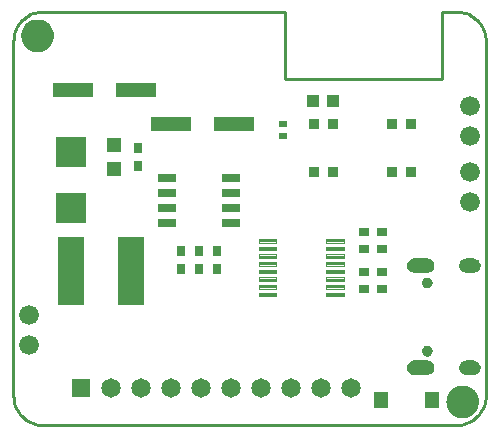
<source format=gbr>
G04 EAGLE Gerber RS-274X export*
G75*
%MOMM*%
%FSLAX34Y34*%
%LPD*%
%INSoldermask Bottom*%
%IPPOS*%
%AMOC8*
5,1,8,0,0,1.08239X$1,22.5*%
G01*
%ADD10C,2.500000*%
%ADD11C,0.102500*%
%ADD12R,1.650000X1.650000*%
%ADD13C,1.650000*%
%ADD14C,0.650000*%
%ADD15R,1.270000X1.470000*%
%ADD16R,2.540000X2.540000*%
%ADD17R,1.300000X1.200000*%
%ADD18R,0.800000X0.900000*%
%ADD19R,1.550000X0.700000*%
%ADD20R,0.700000X0.600000*%
%ADD21R,0.900000X0.800000*%
%ADD22C,1.676400*%
%ADD23R,0.900000X0.900000*%
%ADD24R,1.000000X1.100000*%
%ADD25R,2.199997X5.720003*%
%ADD26R,3.499994X1.199997*%
%ADD27C,0.254000*%

G36*
X350805Y129054D02*
X350805Y129054D01*
X350808Y129051D01*
X352075Y129256D01*
X352081Y129262D01*
X352086Y129259D01*
X353275Y129741D01*
X353279Y129748D01*
X353285Y129746D01*
X354338Y130480D01*
X354340Y130488D01*
X354346Y130487D01*
X355209Y131437D01*
X355210Y131446D01*
X355215Y131446D01*
X355845Y132565D01*
X355844Y132573D01*
X355850Y132575D01*
X356215Y133805D01*
X356212Y133812D01*
X356216Y133815D01*
X356215Y133815D01*
X356217Y133816D01*
X356299Y135097D01*
X356297Y135101D01*
X356299Y135103D01*
X356217Y136384D01*
X356211Y136390D01*
X356215Y136395D01*
X355850Y137625D01*
X355843Y137630D01*
X355845Y137635D01*
X355215Y138754D01*
X355208Y138757D01*
X355209Y138763D01*
X354346Y139713D01*
X354338Y139714D01*
X354338Y139720D01*
X353285Y140454D01*
X353277Y140454D01*
X353275Y140459D01*
X352086Y140941D01*
X352078Y140939D01*
X352075Y140944D01*
X350808Y141149D01*
X350803Y141146D01*
X350800Y141149D01*
X338800Y141149D01*
X338796Y141146D01*
X338793Y141149D01*
X337671Y140994D01*
X337666Y140989D01*
X337662Y140992D01*
X336591Y140621D01*
X336587Y140615D01*
X336582Y140617D01*
X335605Y140044D01*
X335602Y140038D01*
X335597Y140039D01*
X334750Y139286D01*
X334748Y139279D01*
X334743Y139279D01*
X334059Y138376D01*
X334059Y138369D01*
X334054Y138368D01*
X333559Y137349D01*
X333561Y137342D01*
X333559Y137341D01*
X333556Y137340D01*
X333269Y136243D01*
X333272Y136237D01*
X333268Y136234D01*
X333201Y135103D01*
X333203Y135099D01*
X333201Y135097D01*
X333268Y133966D01*
X333273Y133961D01*
X333269Y133957D01*
X333556Y132860D01*
X333562Y132856D01*
X333559Y132851D01*
X334054Y131832D01*
X334060Y131829D01*
X334059Y131824D01*
X334743Y130921D01*
X334750Y130919D01*
X334750Y130914D01*
X335597Y130161D01*
X335604Y130161D01*
X335605Y130156D01*
X336582Y129583D01*
X336589Y129584D01*
X336591Y129579D01*
X337662Y129208D01*
X337668Y129211D01*
X337671Y129206D01*
X338793Y129051D01*
X338798Y129054D01*
X338800Y129051D01*
X350800Y129051D01*
X350805Y129054D01*
G37*
G36*
X350805Y42654D02*
X350805Y42654D01*
X350808Y42651D01*
X352075Y42856D01*
X352081Y42862D01*
X352086Y42859D01*
X353275Y43341D01*
X353279Y43348D01*
X353285Y43346D01*
X354338Y44080D01*
X354340Y44088D01*
X354346Y44087D01*
X355209Y45037D01*
X355210Y45046D01*
X355215Y45046D01*
X355845Y46165D01*
X355844Y46173D01*
X355850Y46175D01*
X356215Y47405D01*
X356212Y47412D01*
X356216Y47415D01*
X356215Y47415D01*
X356217Y47416D01*
X356299Y48697D01*
X356297Y48701D01*
X356299Y48703D01*
X356217Y49984D01*
X356211Y49990D01*
X356215Y49995D01*
X355850Y51225D01*
X355843Y51230D01*
X355845Y51235D01*
X355215Y52354D01*
X355208Y52357D01*
X355209Y52363D01*
X354346Y53313D01*
X354338Y53314D01*
X354338Y53320D01*
X353285Y54054D01*
X353277Y54054D01*
X353275Y54059D01*
X352086Y54541D01*
X352078Y54539D01*
X352075Y54544D01*
X350808Y54749D01*
X350803Y54746D01*
X350800Y54749D01*
X338800Y54749D01*
X338796Y54746D01*
X338793Y54749D01*
X337671Y54594D01*
X337666Y54589D01*
X337662Y54592D01*
X336591Y54221D01*
X336587Y54215D01*
X336582Y54217D01*
X335605Y53644D01*
X335602Y53638D01*
X335597Y53639D01*
X334750Y52886D01*
X334748Y52879D01*
X334743Y52879D01*
X334059Y51976D01*
X334059Y51969D01*
X334054Y51968D01*
X333559Y50949D01*
X333561Y50942D01*
X333559Y50941D01*
X333556Y50940D01*
X333269Y49843D01*
X333272Y49837D01*
X333268Y49834D01*
X333201Y48703D01*
X333203Y48699D01*
X333201Y48697D01*
X333268Y47566D01*
X333273Y47561D01*
X333269Y47557D01*
X333556Y46460D01*
X333562Y46456D01*
X333559Y46451D01*
X334054Y45432D01*
X334060Y45429D01*
X334059Y45424D01*
X334743Y44521D01*
X334750Y44519D01*
X334750Y44514D01*
X335597Y43761D01*
X335604Y43761D01*
X335605Y43756D01*
X336582Y43183D01*
X336589Y43184D01*
X336591Y43179D01*
X337662Y42808D01*
X337668Y42811D01*
X337671Y42806D01*
X338793Y42651D01*
X338798Y42654D01*
X338800Y42651D01*
X350800Y42651D01*
X350805Y42654D01*
G37*
G36*
X389604Y129053D02*
X389604Y129053D01*
X389606Y129051D01*
X390935Y129206D01*
X390941Y129212D01*
X390945Y129209D01*
X392206Y129656D01*
X392211Y129663D01*
X392216Y129661D01*
X393346Y130378D01*
X393349Y130385D01*
X393355Y130384D01*
X394297Y131335D01*
X394298Y131343D01*
X394304Y131343D01*
X395011Y132479D01*
X395011Y132484D01*
X395012Y132485D01*
X395011Y132487D01*
X395016Y132489D01*
X395452Y133754D01*
X395450Y133762D01*
X395455Y133765D01*
X395599Y135095D01*
X395595Y135101D01*
X395599Y135105D01*
X395489Y136271D01*
X395484Y136276D01*
X395487Y136280D01*
X395152Y137403D01*
X395146Y137407D01*
X395148Y137411D01*
X394600Y138447D01*
X394594Y138450D01*
X394595Y138455D01*
X393856Y139363D01*
X393849Y139365D01*
X393849Y139370D01*
X392947Y140117D01*
X392940Y140117D01*
X392939Y140123D01*
X391908Y140679D01*
X391901Y140678D01*
X391899Y140683D01*
X390780Y141027D01*
X390773Y141025D01*
X390770Y141029D01*
X389605Y141149D01*
X389602Y141147D01*
X389600Y141149D01*
X383600Y141149D01*
X383597Y141147D01*
X383595Y141149D01*
X382419Y141038D01*
X382414Y141033D01*
X382410Y141036D01*
X381278Y140698D01*
X381274Y140692D01*
X381269Y140694D01*
X380225Y140142D01*
X380222Y140135D01*
X380217Y140137D01*
X379301Y139391D01*
X379300Y139384D01*
X379294Y139384D01*
X378541Y138475D01*
X378541Y138467D01*
X378536Y138467D01*
X377975Y137427D01*
X377976Y137420D01*
X377971Y137418D01*
X377624Y136289D01*
X377626Y136283D01*
X377622Y136280D01*
X377501Y135105D01*
X377505Y135098D01*
X377501Y135094D01*
X377658Y133754D01*
X377663Y133748D01*
X377660Y133743D01*
X378111Y132472D01*
X378118Y132467D01*
X378116Y132462D01*
X378838Y131323D01*
X378846Y131320D01*
X378845Y131314D01*
X379803Y130364D01*
X379811Y130363D01*
X379812Y130357D01*
X380957Y129644D01*
X380966Y129645D01*
X380967Y129639D01*
X382243Y129199D01*
X382250Y129201D01*
X382252Y129199D01*
X382253Y129197D01*
X383595Y129051D01*
X383598Y129053D01*
X383600Y129051D01*
X389600Y129051D01*
X389604Y129053D01*
G37*
G36*
X389604Y42653D02*
X389604Y42653D01*
X389606Y42651D01*
X390935Y42806D01*
X390941Y42812D01*
X390945Y42809D01*
X392206Y43256D01*
X392211Y43263D01*
X392216Y43261D01*
X393346Y43978D01*
X393349Y43985D01*
X393355Y43984D01*
X394297Y44935D01*
X394298Y44943D01*
X394304Y44943D01*
X395011Y46079D01*
X395011Y46084D01*
X395012Y46085D01*
X395011Y46087D01*
X395016Y46089D01*
X395452Y47354D01*
X395450Y47362D01*
X395455Y47365D01*
X395599Y48695D01*
X395595Y48701D01*
X395599Y48705D01*
X395489Y49871D01*
X395484Y49876D01*
X395487Y49880D01*
X395152Y51003D01*
X395146Y51007D01*
X395148Y51011D01*
X394600Y52047D01*
X394594Y52050D01*
X394595Y52055D01*
X393856Y52963D01*
X393849Y52965D01*
X393849Y52970D01*
X392947Y53717D01*
X392940Y53717D01*
X392939Y53723D01*
X391908Y54279D01*
X391901Y54278D01*
X391899Y54283D01*
X390780Y54627D01*
X390773Y54625D01*
X390770Y54629D01*
X389605Y54749D01*
X389602Y54747D01*
X389600Y54749D01*
X383600Y54749D01*
X383597Y54747D01*
X383595Y54749D01*
X382419Y54638D01*
X382414Y54633D01*
X382410Y54636D01*
X381278Y54298D01*
X381274Y54292D01*
X381269Y54294D01*
X380225Y53742D01*
X380222Y53735D01*
X380217Y53737D01*
X379301Y52991D01*
X379300Y52984D01*
X379294Y52984D01*
X378541Y52075D01*
X378541Y52067D01*
X378536Y52067D01*
X377975Y51027D01*
X377976Y51020D01*
X377971Y51018D01*
X377624Y49889D01*
X377626Y49883D01*
X377622Y49880D01*
X377501Y48705D01*
X377505Y48698D01*
X377501Y48694D01*
X377658Y47354D01*
X377663Y47348D01*
X377660Y47343D01*
X378111Y46072D01*
X378118Y46067D01*
X378116Y46062D01*
X378838Y44923D01*
X378846Y44920D01*
X378845Y44914D01*
X379803Y43964D01*
X379811Y43963D01*
X379812Y43957D01*
X380957Y43244D01*
X380966Y43245D01*
X380967Y43239D01*
X382243Y42799D01*
X382250Y42801D01*
X382252Y42799D01*
X382253Y42797D01*
X383595Y42651D01*
X383598Y42653D01*
X383600Y42651D01*
X389600Y42651D01*
X389604Y42653D01*
G37*
D10*
X20000Y330000D03*
X380000Y20000D03*
D11*
X279662Y157638D02*
X264986Y157638D01*
X279662Y157638D02*
X279662Y154562D01*
X264986Y154562D01*
X264986Y157638D01*
X264986Y155536D02*
X279662Y155536D01*
X279662Y156510D02*
X264986Y156510D01*
X264986Y157484D02*
X279662Y157484D01*
X279662Y151138D02*
X264986Y151138D01*
X279662Y151138D02*
X279662Y148062D01*
X264986Y148062D01*
X264986Y151138D01*
X264986Y149036D02*
X279662Y149036D01*
X279662Y150010D02*
X264986Y150010D01*
X264986Y150984D02*
X279662Y150984D01*
X279662Y144638D02*
X264986Y144638D01*
X279662Y144638D02*
X279662Y141562D01*
X264986Y141562D01*
X264986Y144638D01*
X264986Y142536D02*
X279662Y142536D01*
X279662Y143510D02*
X264986Y143510D01*
X264986Y144484D02*
X279662Y144484D01*
X279662Y138138D02*
X264986Y138138D01*
X279662Y138138D02*
X279662Y135062D01*
X264986Y135062D01*
X264986Y138138D01*
X264986Y136036D02*
X279662Y136036D01*
X279662Y137010D02*
X264986Y137010D01*
X264986Y137984D02*
X279662Y137984D01*
X279662Y131638D02*
X264986Y131638D01*
X279662Y131638D02*
X279662Y128562D01*
X264986Y128562D01*
X264986Y131638D01*
X264986Y129536D02*
X279662Y129536D01*
X279662Y130510D02*
X264986Y130510D01*
X264986Y131484D02*
X279662Y131484D01*
X279662Y125138D02*
X264986Y125138D01*
X279662Y125138D02*
X279662Y122062D01*
X264986Y122062D01*
X264986Y125138D01*
X264986Y123036D02*
X279662Y123036D01*
X279662Y124010D02*
X264986Y124010D01*
X264986Y124984D02*
X279662Y124984D01*
X279662Y118638D02*
X264986Y118638D01*
X279662Y118638D02*
X279662Y115562D01*
X264986Y115562D01*
X264986Y118638D01*
X264986Y116536D02*
X279662Y116536D01*
X279662Y117510D02*
X264986Y117510D01*
X264986Y118484D02*
X279662Y118484D01*
X279662Y112138D02*
X264986Y112138D01*
X279662Y112138D02*
X279662Y109062D01*
X264986Y109062D01*
X264986Y112138D01*
X264986Y110036D02*
X279662Y110036D01*
X279662Y111010D02*
X264986Y111010D01*
X264986Y111984D02*
X279662Y111984D01*
X222262Y112138D02*
X207586Y112138D01*
X222262Y112138D02*
X222262Y109062D01*
X207586Y109062D01*
X207586Y112138D01*
X207586Y110036D02*
X222262Y110036D01*
X222262Y111010D02*
X207586Y111010D01*
X207586Y111984D02*
X222262Y111984D01*
X222262Y118638D02*
X207586Y118638D01*
X222262Y118638D02*
X222262Y115562D01*
X207586Y115562D01*
X207586Y118638D01*
X207586Y116536D02*
X222262Y116536D01*
X222262Y117510D02*
X207586Y117510D01*
X207586Y118484D02*
X222262Y118484D01*
X222262Y125138D02*
X207586Y125138D01*
X222262Y125138D02*
X222262Y122062D01*
X207586Y122062D01*
X207586Y125138D01*
X207586Y123036D02*
X222262Y123036D01*
X222262Y124010D02*
X207586Y124010D01*
X207586Y124984D02*
X222262Y124984D01*
X222262Y131638D02*
X207586Y131638D01*
X222262Y131638D02*
X222262Y128562D01*
X207586Y128562D01*
X207586Y131638D01*
X207586Y129536D02*
X222262Y129536D01*
X222262Y130510D02*
X207586Y130510D01*
X207586Y131484D02*
X222262Y131484D01*
X222262Y138138D02*
X207586Y138138D01*
X222262Y138138D02*
X222262Y135062D01*
X207586Y135062D01*
X207586Y138138D01*
X207586Y136036D02*
X222262Y136036D01*
X222262Y137010D02*
X207586Y137010D01*
X207586Y137984D02*
X222262Y137984D01*
X222262Y144638D02*
X207586Y144638D01*
X222262Y144638D02*
X222262Y141562D01*
X207586Y141562D01*
X207586Y144638D01*
X207586Y142536D02*
X222262Y142536D01*
X222262Y143510D02*
X207586Y143510D01*
X207586Y144484D02*
X222262Y144484D01*
X222262Y151138D02*
X207586Y151138D01*
X222262Y151138D02*
X222262Y148062D01*
X207586Y148062D01*
X207586Y151138D01*
X207586Y149036D02*
X222262Y149036D01*
X222262Y150010D02*
X207586Y150010D01*
X207586Y150984D02*
X222262Y150984D01*
X222262Y157638D02*
X207586Y157638D01*
X222262Y157638D02*
X222262Y154562D01*
X207586Y154562D01*
X207586Y157638D01*
X207586Y155536D02*
X222262Y155536D01*
X222262Y156510D02*
X207586Y156510D01*
X207586Y157484D02*
X222262Y157484D01*
D12*
X57436Y31754D03*
D13*
X82836Y31754D03*
X108236Y31754D03*
X133636Y31754D03*
X159036Y31754D03*
X184436Y31754D03*
X209836Y31754D03*
X235236Y31754D03*
X260636Y31754D03*
X286036Y31754D03*
D14*
X350050Y63000D03*
X350050Y120800D03*
D15*
X354618Y21004D03*
X311618Y21004D03*
D16*
X48948Y184195D03*
X48948Y231185D03*
D17*
X85218Y217182D03*
X85218Y237502D03*
D18*
X105806Y219214D03*
X105806Y234454D03*
D19*
X129826Y170846D03*
X129826Y183546D03*
X129826Y196246D03*
X129826Y208946D03*
X184326Y208946D03*
X184326Y196246D03*
X184326Y183546D03*
X184326Y170846D03*
D18*
X172076Y132276D03*
X172076Y147516D03*
X157076Y132276D03*
X157076Y147516D03*
X142076Y132276D03*
X142076Y147516D03*
D20*
X227948Y244942D03*
X227948Y254942D03*
D21*
X296804Y163646D03*
X312044Y163646D03*
X296804Y129328D03*
X312044Y129328D03*
X312082Y115368D03*
X296842Y115368D03*
X312044Y149488D03*
X296804Y149488D03*
D22*
X12914Y92876D03*
X12914Y67476D03*
D23*
X336346Y254958D03*
X320346Y254958D03*
X320346Y213958D03*
X336346Y213958D03*
D24*
X270942Y274726D03*
X253942Y274726D03*
D23*
X270188Y254958D03*
X254188Y254958D03*
X254188Y213958D03*
X270188Y213958D03*
D22*
X386842Y245110D03*
X386842Y270510D03*
X386588Y188468D03*
X386588Y213868D03*
D25*
X49168Y130810D03*
X99166Y130810D03*
D26*
X186720Y254762D03*
X133320Y254762D03*
X50516Y283718D03*
X103916Y283718D03*
D27*
X0Y25000D02*
X95Y22821D01*
X380Y20659D01*
X852Y18530D01*
X1508Y16450D01*
X2342Y14435D01*
X3349Y12500D01*
X4521Y10661D01*
X5849Y8930D01*
X7322Y7322D01*
X8930Y5849D01*
X10661Y4521D01*
X12500Y3349D01*
X14435Y2342D01*
X16450Y1508D01*
X18530Y852D01*
X20659Y380D01*
X22821Y95D01*
X25000Y0D01*
X375000Y0D01*
X377179Y95D01*
X379341Y380D01*
X381470Y852D01*
X383551Y1508D01*
X385565Y2342D01*
X387500Y3349D01*
X389339Y4521D01*
X391070Y5849D01*
X392678Y7322D01*
X394151Y8930D01*
X395479Y10661D01*
X396651Y12500D01*
X397658Y14435D01*
X398492Y16450D01*
X399148Y18530D01*
X399620Y20659D01*
X399905Y22821D01*
X400000Y25000D01*
X400000Y325000D01*
X399905Y327179D01*
X399620Y329341D01*
X399148Y331470D01*
X398492Y333551D01*
X397658Y335565D01*
X396651Y337500D01*
X395479Y339339D01*
X394151Y341070D01*
X392678Y342678D01*
X391070Y344151D01*
X389339Y345479D01*
X387500Y346651D01*
X385565Y347658D01*
X383551Y348492D01*
X381470Y349148D01*
X379341Y349620D01*
X377179Y349905D01*
X375000Y350000D01*
X362698Y350000D01*
X362698Y293000D01*
X230000Y293000D01*
X230000Y350000D01*
X25000Y350000D01*
X22821Y349905D01*
X20659Y349620D01*
X18530Y349148D01*
X16450Y348492D01*
X14435Y347658D01*
X12500Y346651D01*
X10661Y345479D01*
X8930Y344151D01*
X7322Y342678D01*
X5849Y341070D01*
X4521Y339339D01*
X3349Y337500D01*
X2342Y335565D01*
X1508Y333551D01*
X852Y331470D01*
X380Y329341D01*
X95Y327179D01*
X0Y325000D01*
X0Y25000D01*
X339250Y132100D02*
X350250Y132100D01*
X350511Y132111D01*
X350771Y132146D01*
X351026Y132202D01*
X351276Y132281D01*
X351518Y132381D01*
X351750Y132502D01*
X351971Y132643D01*
X352178Y132802D01*
X352371Y132979D01*
X352548Y133172D01*
X352707Y133379D01*
X352848Y133600D01*
X352969Y133832D01*
X353069Y134074D01*
X353148Y134324D01*
X353204Y134579D01*
X353239Y134839D01*
X353250Y135100D01*
X353239Y135361D01*
X353204Y135621D01*
X353148Y135876D01*
X353069Y136126D01*
X352969Y136368D01*
X352848Y136600D01*
X352707Y136821D01*
X352548Y137028D01*
X352371Y137221D01*
X352178Y137398D01*
X351971Y137557D01*
X351750Y137698D01*
X351518Y137819D01*
X351276Y137919D01*
X351026Y137998D01*
X350771Y138054D01*
X350511Y138089D01*
X350250Y138100D01*
X339250Y138100D01*
X338989Y138089D01*
X338729Y138054D01*
X338474Y137998D01*
X338224Y137919D01*
X337982Y137819D01*
X337750Y137698D01*
X337529Y137557D01*
X337322Y137398D01*
X337129Y137221D01*
X336952Y137028D01*
X336793Y136821D01*
X336652Y136600D01*
X336531Y136368D01*
X336431Y136126D01*
X336352Y135876D01*
X336296Y135621D01*
X336261Y135361D01*
X336250Y135100D01*
X336261Y134839D01*
X336296Y134579D01*
X336352Y134324D01*
X336431Y134074D01*
X336531Y133832D01*
X336652Y133600D01*
X336793Y133379D01*
X336952Y133172D01*
X337129Y132979D01*
X337322Y132802D01*
X337529Y132643D01*
X337750Y132502D01*
X337982Y132381D01*
X338224Y132281D01*
X338474Y132202D01*
X338729Y132146D01*
X338989Y132111D01*
X339250Y132100D01*
X383400Y132100D02*
X389600Y132100D01*
X389861Y132111D01*
X390121Y132146D01*
X390376Y132202D01*
X390626Y132281D01*
X390868Y132381D01*
X391100Y132502D01*
X391321Y132643D01*
X391528Y132802D01*
X391721Y132979D01*
X391898Y133172D01*
X392057Y133379D01*
X392198Y133600D01*
X392319Y133832D01*
X392419Y134074D01*
X392498Y134324D01*
X392554Y134579D01*
X392589Y134839D01*
X392600Y135100D01*
X392589Y135361D01*
X392554Y135621D01*
X392498Y135876D01*
X392419Y136126D01*
X392319Y136368D01*
X392198Y136600D01*
X392057Y136821D01*
X391898Y137028D01*
X391721Y137221D01*
X391528Y137398D01*
X391321Y137557D01*
X391100Y137698D01*
X390868Y137819D01*
X390626Y137919D01*
X390376Y137998D01*
X390121Y138054D01*
X389861Y138089D01*
X389600Y138100D01*
X383400Y138100D01*
X383139Y138089D01*
X382879Y138054D01*
X382624Y137998D01*
X382374Y137919D01*
X382132Y137819D01*
X381900Y137698D01*
X381679Y137557D01*
X381472Y137398D01*
X381279Y137221D01*
X381102Y137028D01*
X380943Y136821D01*
X380802Y136600D01*
X380681Y136368D01*
X380581Y136126D01*
X380502Y135876D01*
X380446Y135621D01*
X380411Y135361D01*
X380400Y135100D01*
X380411Y134839D01*
X380446Y134579D01*
X380502Y134324D01*
X380581Y134074D01*
X380681Y133832D01*
X380802Y133600D01*
X380943Y133379D01*
X381102Y133172D01*
X381279Y132979D01*
X381472Y132802D01*
X381679Y132643D01*
X381900Y132502D01*
X382132Y132381D01*
X382374Y132281D01*
X382624Y132202D01*
X382879Y132146D01*
X383139Y132111D01*
X383400Y132100D01*
X383400Y45700D02*
X389600Y45700D01*
X389861Y45711D01*
X390121Y45746D01*
X390376Y45802D01*
X390626Y45881D01*
X390868Y45981D01*
X391100Y46102D01*
X391321Y46243D01*
X391528Y46402D01*
X391721Y46579D01*
X391898Y46772D01*
X392057Y46979D01*
X392198Y47200D01*
X392319Y47432D01*
X392419Y47674D01*
X392498Y47924D01*
X392554Y48179D01*
X392589Y48439D01*
X392600Y48700D01*
X392589Y48961D01*
X392554Y49221D01*
X392498Y49476D01*
X392419Y49726D01*
X392319Y49968D01*
X392198Y50200D01*
X392057Y50421D01*
X391898Y50628D01*
X391721Y50821D01*
X391528Y50998D01*
X391321Y51157D01*
X391100Y51298D01*
X390868Y51419D01*
X390626Y51519D01*
X390376Y51598D01*
X390121Y51654D01*
X389861Y51689D01*
X389600Y51700D01*
X383400Y51700D01*
X383139Y51689D01*
X382879Y51654D01*
X382624Y51598D01*
X382374Y51519D01*
X382132Y51419D01*
X381900Y51298D01*
X381679Y51157D01*
X381472Y50998D01*
X381279Y50821D01*
X381102Y50628D01*
X380943Y50421D01*
X380802Y50200D01*
X380681Y49968D01*
X380581Y49726D01*
X380502Y49476D01*
X380446Y49221D01*
X380411Y48961D01*
X380400Y48700D01*
X380411Y48439D01*
X380446Y48179D01*
X380502Y47924D01*
X380581Y47674D01*
X380681Y47432D01*
X380802Y47200D01*
X380943Y46979D01*
X381102Y46772D01*
X381279Y46579D01*
X381472Y46402D01*
X381679Y46243D01*
X381900Y46102D01*
X382132Y45981D01*
X382374Y45881D01*
X382624Y45802D01*
X382879Y45746D01*
X383139Y45711D01*
X383400Y45700D01*
X339250Y45700D02*
X350250Y45700D01*
X350511Y45711D01*
X350771Y45746D01*
X351026Y45802D01*
X351276Y45881D01*
X351518Y45981D01*
X351750Y46102D01*
X351971Y46243D01*
X352178Y46402D01*
X352371Y46579D01*
X352548Y46772D01*
X352707Y46979D01*
X352848Y47200D01*
X352969Y47432D01*
X353069Y47674D01*
X353148Y47924D01*
X353204Y48179D01*
X353239Y48439D01*
X353250Y48700D01*
X353239Y48961D01*
X353204Y49221D01*
X353148Y49476D01*
X353069Y49726D01*
X352969Y49968D01*
X352848Y50200D01*
X352707Y50421D01*
X352548Y50628D01*
X352371Y50821D01*
X352178Y50998D01*
X351971Y51157D01*
X351750Y51298D01*
X351518Y51419D01*
X351276Y51519D01*
X351026Y51598D01*
X350771Y51654D01*
X350511Y51689D01*
X350250Y51700D01*
X339250Y51700D01*
X338989Y51689D01*
X338729Y51654D01*
X338474Y51598D01*
X338224Y51519D01*
X337982Y51419D01*
X337750Y51298D01*
X337529Y51157D01*
X337322Y50998D01*
X337129Y50821D01*
X336952Y50628D01*
X336793Y50421D01*
X336652Y50200D01*
X336531Y49968D01*
X336431Y49726D01*
X336352Y49476D01*
X336296Y49221D01*
X336261Y48961D01*
X336250Y48700D01*
X336261Y48439D01*
X336296Y48179D01*
X336352Y47924D01*
X336431Y47674D01*
X336531Y47432D01*
X336652Y47200D01*
X336793Y46979D01*
X336952Y46772D01*
X337129Y46579D01*
X337322Y46402D01*
X337529Y46243D01*
X337750Y46102D01*
X337982Y45981D01*
X338224Y45881D01*
X338474Y45802D01*
X338729Y45746D01*
X338989Y45711D01*
X339250Y45700D01*
X32500Y329509D02*
X32423Y328530D01*
X32269Y327560D01*
X32040Y326604D01*
X31736Y325670D01*
X31361Y324763D01*
X30915Y323888D01*
X30401Y323050D01*
X29824Y322255D01*
X29186Y321508D01*
X28492Y320814D01*
X27745Y320176D01*
X26950Y319599D01*
X26112Y319085D01*
X25237Y318639D01*
X24330Y318264D01*
X23396Y317960D01*
X22441Y317731D01*
X21470Y317577D01*
X20491Y317500D01*
X19509Y317500D01*
X18530Y317577D01*
X17560Y317731D01*
X16604Y317960D01*
X15670Y318264D01*
X14763Y318639D01*
X13888Y319085D01*
X13050Y319599D01*
X12255Y320176D01*
X11508Y320814D01*
X10814Y321508D01*
X10176Y322255D01*
X9599Y323050D01*
X9085Y323888D01*
X8639Y324763D01*
X8264Y325670D01*
X7960Y326604D01*
X7731Y327560D01*
X7577Y328530D01*
X7500Y329509D01*
X7500Y330491D01*
X7577Y331470D01*
X7731Y332441D01*
X7960Y333396D01*
X8264Y334330D01*
X8639Y335237D01*
X9085Y336112D01*
X9599Y336950D01*
X10176Y337745D01*
X10814Y338492D01*
X11508Y339186D01*
X12255Y339824D01*
X13050Y340401D01*
X13888Y340915D01*
X14763Y341361D01*
X15670Y341736D01*
X16604Y342040D01*
X17560Y342269D01*
X18530Y342423D01*
X19509Y342500D01*
X20491Y342500D01*
X21470Y342423D01*
X22441Y342269D01*
X23396Y342040D01*
X24330Y341736D01*
X25237Y341361D01*
X26112Y340915D01*
X26950Y340401D01*
X27745Y339824D01*
X28492Y339186D01*
X29186Y338492D01*
X29824Y337745D01*
X30401Y336950D01*
X30915Y336112D01*
X31361Y335237D01*
X31736Y334330D01*
X32040Y333396D01*
X32269Y332441D01*
X32423Y331470D01*
X32500Y330491D01*
X32500Y329509D01*
X392500Y19509D02*
X392423Y18530D01*
X392269Y17560D01*
X392040Y16604D01*
X391736Y15670D01*
X391361Y14763D01*
X390915Y13888D01*
X390401Y13050D01*
X389824Y12255D01*
X389186Y11508D01*
X388492Y10814D01*
X387745Y10176D01*
X386950Y9599D01*
X386112Y9085D01*
X385237Y8639D01*
X384330Y8264D01*
X383396Y7960D01*
X382441Y7731D01*
X381470Y7577D01*
X380491Y7500D01*
X379509Y7500D01*
X378530Y7577D01*
X377560Y7731D01*
X376604Y7960D01*
X375670Y8264D01*
X374763Y8639D01*
X373888Y9085D01*
X373050Y9599D01*
X372255Y10176D01*
X371508Y10814D01*
X370814Y11508D01*
X370176Y12255D01*
X369599Y13050D01*
X369085Y13888D01*
X368639Y14763D01*
X368264Y15670D01*
X367960Y16604D01*
X367731Y17560D01*
X367577Y18530D01*
X367500Y19509D01*
X367500Y20491D01*
X367577Y21470D01*
X367731Y22441D01*
X367960Y23396D01*
X368264Y24330D01*
X368639Y25237D01*
X369085Y26112D01*
X369599Y26950D01*
X370176Y27745D01*
X370814Y28492D01*
X371508Y29186D01*
X372255Y29824D01*
X373050Y30401D01*
X373888Y30915D01*
X374763Y31361D01*
X375670Y31736D01*
X376604Y32040D01*
X377560Y32269D01*
X378530Y32423D01*
X379509Y32500D01*
X380491Y32500D01*
X381470Y32423D01*
X382441Y32269D01*
X383396Y32040D01*
X384330Y31736D01*
X385237Y31361D01*
X386112Y30915D01*
X386950Y30401D01*
X387745Y29824D01*
X388492Y29186D01*
X389186Y28492D01*
X389824Y27745D01*
X390401Y26950D01*
X390915Y26112D01*
X391361Y25237D01*
X391736Y24330D01*
X392040Y23396D01*
X392269Y22441D01*
X392423Y21470D01*
X392500Y20491D01*
X392500Y19509D01*
X350263Y66250D02*
X350685Y66194D01*
X351097Y66084D01*
X351491Y65921D01*
X351859Y65708D01*
X352197Y65449D01*
X352499Y65147D01*
X352758Y64809D01*
X352971Y64441D01*
X353134Y64047D01*
X353244Y63635D01*
X353300Y63213D01*
X353300Y62787D01*
X353244Y62365D01*
X353134Y61953D01*
X352971Y61559D01*
X352758Y61191D01*
X352499Y60853D01*
X352197Y60551D01*
X351859Y60292D01*
X351491Y60079D01*
X351097Y59916D01*
X350685Y59806D01*
X350263Y59750D01*
X349837Y59750D01*
X349415Y59806D01*
X349003Y59916D01*
X348609Y60079D01*
X348241Y60292D01*
X347903Y60551D01*
X347601Y60853D01*
X347342Y61191D01*
X347129Y61559D01*
X346966Y61953D01*
X346856Y62365D01*
X346800Y62787D01*
X346800Y63213D01*
X346856Y63635D01*
X346966Y64047D01*
X347129Y64441D01*
X347342Y64809D01*
X347601Y65147D01*
X347903Y65449D01*
X348241Y65708D01*
X348609Y65921D01*
X349003Y66084D01*
X349415Y66194D01*
X349837Y66250D01*
X350263Y66250D01*
X350263Y124050D02*
X350685Y123994D01*
X351097Y123884D01*
X351491Y123721D01*
X351859Y123508D01*
X352197Y123249D01*
X352499Y122947D01*
X352758Y122609D01*
X352971Y122241D01*
X353134Y121847D01*
X353244Y121435D01*
X353300Y121013D01*
X353300Y120587D01*
X353244Y120165D01*
X353134Y119753D01*
X352971Y119359D01*
X352758Y118991D01*
X352499Y118653D01*
X352197Y118351D01*
X351859Y118092D01*
X351491Y117879D01*
X351097Y117716D01*
X350685Y117606D01*
X350263Y117550D01*
X349837Y117550D01*
X349415Y117606D01*
X349003Y117716D01*
X348609Y117879D01*
X348241Y118092D01*
X347903Y118351D01*
X347601Y118653D01*
X347342Y118991D01*
X347129Y119359D01*
X346966Y119753D01*
X346856Y120165D01*
X346800Y120587D01*
X346800Y121013D01*
X346856Y121435D01*
X346966Y121847D01*
X347129Y122241D01*
X347342Y122609D01*
X347601Y122947D01*
X347903Y123249D01*
X348241Y123508D01*
X348609Y123721D01*
X349003Y123884D01*
X349415Y123994D01*
X349837Y124050D01*
X350263Y124050D01*
M02*

</source>
